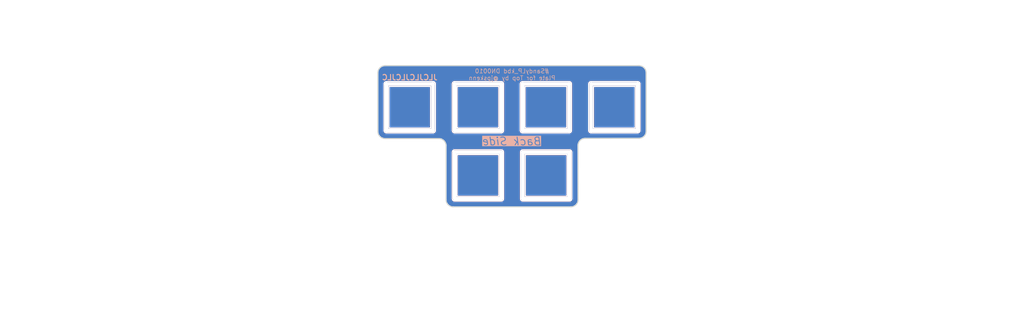
<source format=kicad_pcb>
(kicad_pcb (version 20240108) (generator "pcbnew") (generator_version "8.0")
  (title_block (title "Sandy") (date "2023-01-06") (rev "v.0") (company "@jpskenn"))
  (layers (0 "F.Cu" signal) (31 "B.Cu" signal) (34 "B.Paste" user) (35 "F.Paste" user) (36 "B.SilkS" user "B.Silkscreen") (37 "F.SilkS" user "F.Silkscreen") (38 "B.Mask" user) (39 "F.Mask" user) (44 "Edge.Cuts" user))
  (net 0 "")
  (footprint "locallib:MX-Switch-Hole" (layer "F.Cu") (at 167.50531 46.053405)
    (property "Reference" "SW_]1" (hide yes))
    (property "Value" "SW_Push")
    (pad "" np_thru_hole roundrect (at -6.5 0 90) (size 14 1) (drill oval 14 1) (layers "F&B.Cu" "*.Mask") (roundrect_rratio 0.5))
    (pad "" np_thru_hole roundrect (at 0 -6.5) (size 14 1) (drill oval 14 1) (layers "F&B.Cu" "*.Mask") (roundrect_rratio 0.5))
    (pad "" np_thru_hole roundrect (at 0 6.5) (size 14 1) (drill oval 14 1) (layers "F&B.Cu" "*.Mask") (roundrect_rratio 0.5))
    (pad "" np_thru_hole roundrect (at 6.5 0 90) (size 14 1) (drill oval 14 1) (layers "F&B.Cu" "*.Mask") (roundrect_rratio 0.5))
  )
  (footprint "locallib:SandyLP_outline_Top" (layer "F.Cu") (at 157.98031 36.528405)
    (property "Reference" "REF**" (hide yes))
    (property "Value" "60_Outline" (hide yes))
    (fp_line (start -37.475 -2.77504) (end -37.475 -19.13133) (stroke (width 0.3)) (layer "Edge.Cuts"))
    (fp_line (start -35.475 -0.77504) (end -20.425 -0.77504) (stroke (width 0.3)) (layer "Edge.Cuts"))
    (fp_line (start -18.425 16.297853) (end -18.425 1.22496) (stroke (width 0.3)) (layer "Edge.Cuts"))
    (fp_line (start -16.425 18.297853) (end 16.44991 18.295746) (stroke (width 0.3)) (layer "Edge.Cuts"))
    (fp_line (start 18.44991 16.295746) (end 18.425 1.164174) (stroke (width 0.3)) (layer "Edge.Cuts"))
    (fp_line (start 20.425 -0.835826) (end 35.4625 -0.845826) (stroke (width 0.3)) (layer "Edge.Cuts"))
    (fp_line (start 35.4625 -21.13133) (end -35.475 -21.13133) (stroke (width 0.3)) (layer "Edge.Cuts"))
    (fp_line (start 37.4625 -2.845826) (end 37.4625 -19.13133) (stroke (width 0.3)) (layer "Edge.Cuts"))
    (fp_arc (start -37.475 -19.13133) (mid -36.889214 -20.545544) (end -35.475 -21.13133) (stroke (width 0.3)) (layer "Edge.Cuts"))
    (fp_arc (start -35.475 -0.77504) (mid -36.889214 -1.360826) (end -37.475 -2.77504) (stroke (width 0.3)) (layer "Edge.Cuts"))
    (fp_arc (start -20.425 -0.77504) (mid -19.010786 -0.189254) (end -18.425 1.22496) (stroke (width 0.3)) (layer "Edge.Cuts"))
    (fp_arc (start -16.425 18.297853) (mid -17.839214 17.712067) (end -18.425 16.297853) (stroke (width 0.3)) (layer "Edge.Cuts"))
    (fp_arc (start 18.425 1.164174) (mid 19.010771 -0.250053) (end 20.425 -0.835826) (stroke (width 0.3)) (layer "Edge.Cuts"))
    (fp_arc (start 18.44991 16.295746) (mid 17.864148 17.709986) (end 16.44991 18.295746) (stroke (width 0.3)) (layer "Edge.Cuts"))
    (fp_arc (start 35.4625 -21.13133) (mid 36.876689 -20.545539) (end 37.4625 -19.13133) (stroke (width 0.3)) (layer "Edge.Cuts"))
    (fp_arc (start 37.4625 -2.845826) (mid 36.876693 -1.431625) (end 35.4625 -0.845826) (stroke (width 0.3)) (layer "Edge.Cuts"))
  )
  (footprint "locallib:MX-Switch-Hole" (layer "F.Cu") (at 167.433435 27.003405)
    (property "Reference" "SW_6" (hide yes))
    (property "Value" "SW_Push")
    (pad "" np_thru_hole roundrect (at -6.5 0 90) (size 14 1) (drill oval 14 1) (layers "F&B.Cu" "*.Mask") (roundrect_rratio 0.5))
    (pad "" np_thru_hole roundrect (at 0 -6.5) (size 14 1) (drill oval 14 1) (layers "F&B.Cu" "*.Mask") (roundrect_rratio 0.5))
    (pad "" np_thru_hole roundrect (at 0 6.5) (size 14 1) (drill oval 14 1) (layers "F&B.Cu" "*.Mask") (roundrect_rratio 0.5))
    (pad "" np_thru_hole roundrect (at 6.5 0 90) (size 14 1) (drill oval 14 1) (layers "F&B.Cu" "*.Mask") (roundrect_rratio 0.5))
  )
  (footprint "locallib:MX-Switch-Hole" (layer "F.Cu") (at 129.40531 27.003405)
    (property "Reference" "SW_5" (hide yes))
    (property "Value" "SW_Push")
    (pad "" np_thru_hole roundrect (at -6.5 0 90) (size 14 1) (drill oval 14 1) (layers "F&B.Cu" "*.Mask") (roundrect_rratio 0.5))
    (pad "" np_thru_hole roundrect (at 0 -6.5) (size 14 1) (drill oval 14 1) (layers "F&B.Cu" "*.Mask") (roundrect_rratio 0.5))
    (pad "" np_thru_hole roundrect (at 0 6.5) (size 14 1) (drill oval 14 1) (layers "F&B.Cu" "*.Mask") (roundrect_rratio 0.5))
    (pad "" np_thru_hole roundrect (at 6.5 0 90) (size 14 1) (drill oval 14 1) (layers "F&B.Cu" "*.Mask") (roundrect_rratio 0.5))
  )
  (footprint "locallib:MX-Switch-Hole" (layer "F.Cu") (at 148.45531 46.053405)
    (property "Reference" "SW_[1" (hide yes))
    (property "Value" "SW_Push")
    (pad "" np_thru_hole roundrect (at -6.5 0 90) (size 14 1) (drill oval 14 1) (layers "F&B.Cu" "*.Mask") (roundrect_rratio 0.5))
    (pad "" np_thru_hole roundrect (at 0 -6.5) (size 14 1) (drill oval 14 1) (layers "F&B.Cu" "*.Mask") (roundrect_rratio 0.5))
    (pad "" np_thru_hole roundrect (at 0 6.5) (size 14 1) (drill oval 14 1) (layers "F&B.Cu" "*.Mask") (roundrect_rratio 0.5))
    (pad "" np_thru_hole roundrect (at 6.5 0 90) (size 14 1) (drill oval 14 1) (layers "F&B.Cu" "*.Mask") (roundrect_rratio 0.5))
  )
  (footprint "locallib:MX-Switch-Hole" (layer "F.Cu") (at 148.45531 27.003405)
    (property "Reference" "SW_=1" (hide yes))
    (property "Value" "SW_Push")
    (pad "" np_thru_hole roundrect (at -6.5 0 90) (size 14 1) (drill oval 14 1) (layers "F&B.Cu" "*.Mask") (roundrect_rratio 0.5))
    (pad "" np_thru_hole roundrect (at 0 -6.5) (size 14 1) (drill oval 14 1) (layers "F&B.Cu" "*.Mask") (roundrect_rratio 0.5))
    (pad "" np_thru_hole roundrect (at 0 6.5) (size 14 1) (drill oval 14 1) (layers "F&B.Cu" "*.Mask") (roundrect_rratio 0.5))
    (pad "" np_thru_hole roundrect (at 6.5 0 90) (size 14 1) (drill oval 14 1) (layers "F&B.Cu" "*.Mask") (roundrect_rratio 0.5))
  )
  (footprint "locallib:MX-Switch-Hole" (layer "F.Cu") (at 186.55531 27.003405)
    (property "Reference" "SW_-1" (hide yes))
    (property "Value" "SW_Push")
    (pad "" np_thru_hole roundrect (at -6.5 0 90) (size 14 1) (drill oval 14 1) (layers "F&B.Cu" "*.Mask") (roundrect_rratio 0.5))
    (pad "" np_thru_hole roundrect (at 0 -6.5) (size 14 1) (drill oval 14 1) (layers "F&B.Cu" "*.Mask") (roundrect_rratio 0.5))
    (pad "" np_thru_hole roundrect (at 0 6.5) (size 14 1) (drill oval 14 1) (layers "F&B.Cu" "*.Mask") (roundrect_rratio 0.5))
    (pad "" np_thru_hole roundrect (at 6.5 0 90) (size 14 1) (drill oval 14 1) (layers "F&B.Cu" "*.Mask") (roundrect_rratio 0.5))
  )
  (gr_text "Back Side" (at 157.98031 36.528405 0) (layer "B.SilkS" knockout) (effects (font (size 2.2 2.2) (thickness 0.225) (italic yes)) (justify mirror)))
  (gr_text "JLCJLCJLCJLC" (at 129.40531 18.66903 0) (layer "B.SilkS") (effects (font (size 1.5 1.5) (thickness 0.3)) (justify mirror)))
  (gr_text "#SandyLP_kbd DN0010\nPlate for Top by @jpskenn" (at 157.98031 17.878405 0) (layer "B.SilkS") (effects (font (size 1.2 1.2)) (justify mirror)))
  (zone (net 0) (net_name "") (layers "F&B.Cu") (connect_pads (clearance 0.3556)) (min_thickness 0.254) (fill yes (thermal_gap 0.508) (thermal_bridge_width 0.508))
    (polygon (pts (xy 300.85531 74.628405) (xy 15.10531 74.628405) (xy 15.10531 5.572155) (xy 300.85531 5.572155)))
  )
)
</source>
